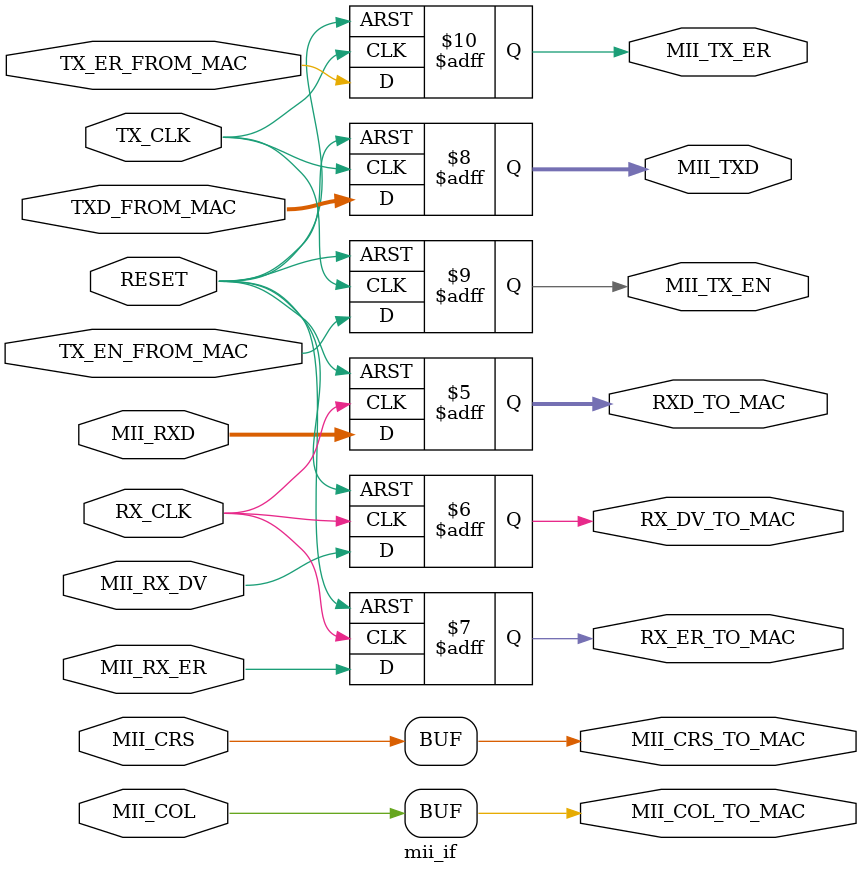
<source format=v>

`timescale 1 ps / 1 ps

module mii_if (
        RESET,
        // MII Interface
        MII_TXD,
        MII_TX_EN,
        MII_TX_ER,
        MII_RXD,
        MII_RX_DV,
        MII_RX_ER,
        MII_COL,
        MII_CRS,
        // MAC Interface
        TXD_FROM_MAC,
        TX_EN_FROM_MAC,
        TX_ER_FROM_MAC,
        TX_CLK,
        RXD_TO_MAC,
        RX_DV_TO_MAC,
        RX_ER_TO_MAC,
        RX_CLK,
        MII_COL_TO_MAC,
        MII_CRS_TO_MAC);

  input RESET;
  output [3:0] MII_TXD;
  output MII_TX_EN;
  output MII_TX_ER;
  input  [3:0] MII_RXD;
  input  MII_RX_DV;
  input  MII_RX_ER;
  input  MII_COL;
  input  MII_CRS;
  input  [3:0] TXD_FROM_MAC;
  input  TX_EN_FROM_MAC;
  input  TX_ER_FROM_MAC;
  input  TX_CLK;
  output [3:0] RXD_TO_MAC;
  output RX_DV_TO_MAC;
  output RX_ER_TO_MAC;
  input  RX_CLK;
  output MII_COL_TO_MAC;
  output MII_CRS_TO_MAC;

  reg  [3:0] RXD_TO_MAC;
  reg  RX_DV_TO_MAC;
  reg  RX_ER_TO_MAC;

  reg  [3:0] MII_TXD;
  reg  MII_TX_EN;
  reg  MII_TX_ER;

  //------------------------------------------------------------------------
  // MII Transmitter Logic : Drive TX signals through IOBs onto MII
  // interface
  //------------------------------------------------------------------------
  // Infer IOB Output flip-flops.
  always @(posedge TX_CLK, posedge RESET)
  begin
      if (RESET == 1'b1)
      begin
          MII_TX_EN <= 1'b0;
          MII_TX_ER <= 1'b0;
          MII_TXD   <= 8'h00;
      end
      else
      begin
          MII_TX_EN <= TX_EN_FROM_MAC;
          MII_TX_ER <= TX_ER_FROM_MAC;
          MII_TXD   <= TXD_FROM_MAC;
      end
  end

  //------------------------------------------------------------------------
  // MII Receiver Logic : Receive RX signals through IOBs from MII
  // interface
  //------------------------------------------------------------------------
  // Infer IOB Input flip-flops
  always @ (posedge RX_CLK, posedge RESET)
  begin
      if (RESET == 1'b1)
      begin
          RX_DV_TO_MAC <= 1'b0;
          RX_ER_TO_MAC <= 1'b0;
          RXD_TO_MAC   <= 4'h0;
      end
      else
      begin
          RX_DV_TO_MAC <= MII_RX_DV;
          RX_ER_TO_MAC <= MII_RX_ER;
          RXD_TO_MAC   <= MII_RXD;
      end
  end

  // Half Duplex signals
  assign MII_COL_TO_MAC = MII_COL;
  assign MII_CRS_TO_MAC = MII_CRS;
 
endmodule

</source>
